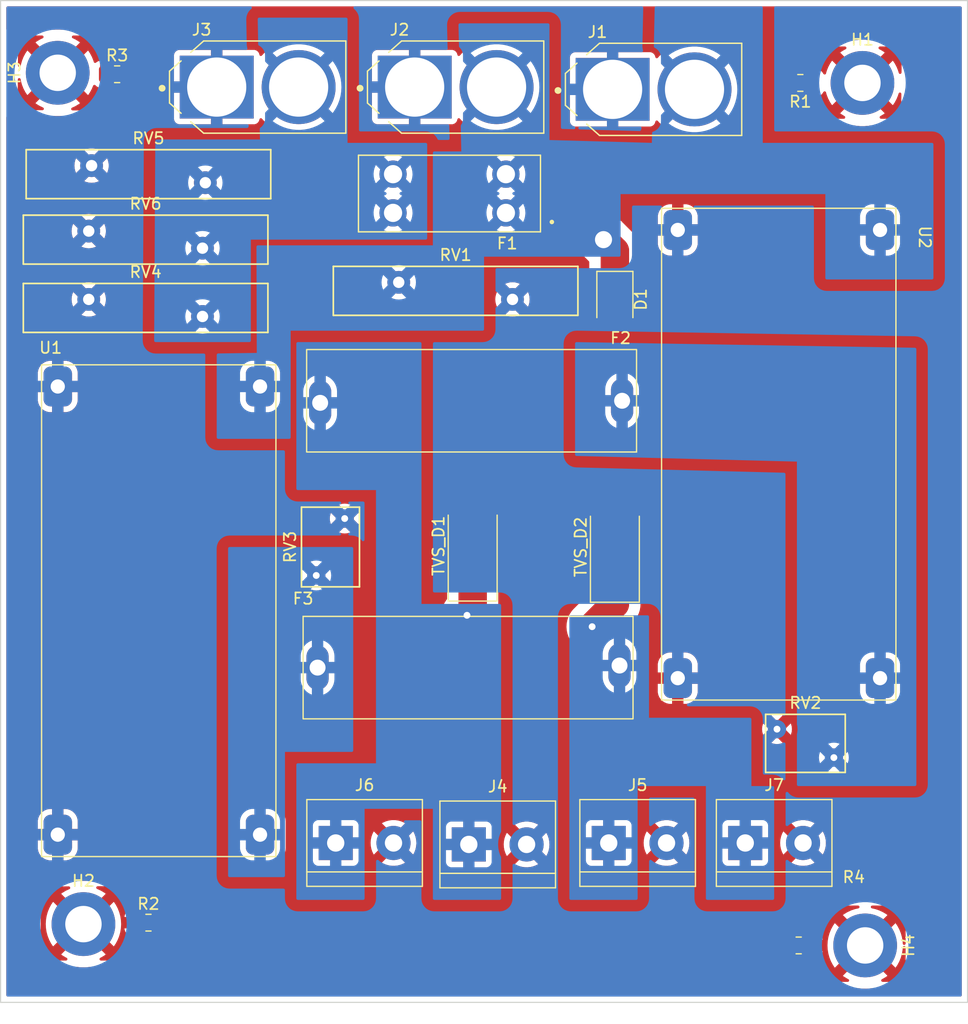
<source format=kicad_pcb>
(kicad_pcb (version 20211014) (generator pcbnew)
  (layers (0 "F.Cu" signal) (31 "B.Cu" signal) (34 "B.Paste" user) (35 "F.Paste" user) (36 "B.SilkS" user "B.Silkscreen") (37 "F.SilkS" user "F.Silkscreen") (38 "B.Mask" user) (39 "F.Mask" user) (44 "Edge.Cuts" user))
  (net 0 "")
  (net 1 "GND")
  (net 2 "A")
  (net 3 "Net-(F2-Pad2)")
  (net 4 "Net-(F3-Pad2)")
  (net 5 "Net-(F2-Pad1)")
  (net 6 "Net-(F3-Pad1)")
  (net 7 "Net-(H1-Pad1)")
  (net 8 "Net-(H2-Pad1)")
  (net 9 "Net-(H3-Pad1)")
  (net 10 "Net-(H4-Pad1)")
  (net 11 "Net-(F1-Pad2)")
  (footprint "XT60:AMASS_XT60-M" (layer "F.Cu") (at 73 21.6)
    (fp_text reference "J2" (at -4.92842 -5.03849) (layer "F.SilkS") (effects (font (size 1.000693 1.000693))))
    (fp_text value "XT60-M")
    (fp_line (start -7.75 1.4) (end -6.73 2.3) (layer "F.SilkS") (width 0.127))
    (fp_line (start -4.75 4.05) (end -5.88 3.05) (layer "F.SilkS") (width 0.127))
    (fp_line (start -4.75 -4.05) (end 7.75 -4.05) (layer "F.SilkS") (width 0.127))
    (fp_line (start 7.75 4.05) (end -4.75 4.05) (layer "F.SilkS") (width 0.127))
    (fp_line (start -7.75 -1.4) (end -6.73 -2.3) (layer "F.SilkS") (width 0.127))
    (fp_line (start -7.75 1.4) (end -7.75 -1.4) (layer "F.SilkS") (width 0.127))
    (fp_line (start -4.75 -4.05) (end -5.88 -3.05) (layer "F.SilkS") (width 0.127))
    (fp_line (start 7.75 -4.05) (end 7.75 4.05) (layer "F.SilkS") (width 0.127))
    (fp_circle (center -8.4 0.1) (end -8.25 0.1) (layer "F.SilkS") (width 0.3) (fill none))
    (pad "1" thru_hole rect locked (at -3.6 0) (size 6.5 5.516) (drill 5.2) (layers *.Cu *.Mask) (net 1 "GND"))
    (pad "2" thru_hole circle locked (at 3.6 0) (size 6.5 6.5) (drill 5.2) (layers *.Cu *.Mask) (net 2 "A"))
  )
  (footprint "Varistor:RV_Disc_D7mm_W5.1mm_P5mm" (layer "F.Cu") (at 106.25 80.5 180)
    (fp_text reference "RV2" (at 2.5 4.8) (layer "F.SilkS"))
    (fp_text value "Varistor")
    (fp_line (start -1 3.8) (end 6 3.8) (layer "F.SilkS") (width 0.15))
    (fp_line (start -1 -1.3) (end 6 -1.3) (layer "F.SilkS") (width 0.15))
    (fp_line (start -1 -1.3) (end -1 3.8) (layer "F.SilkS") (width 0.15))
    (fp_line (start 6 -1.3) (end 6 3.8) (layer "F.SilkS") (width 0.15))
    (pad "1" thru_hole circle (at 0 0 180) (size 1.6 1.6) (drill 0.6) (layers *.Cu *.Mask) (net 5 "Net-(F2-Pad1)"))
    (pad "2" thru_hole circle (at 5 2.5 180) (size 1.6 1.6) (drill 0.6) (layers *.Cu *.Mask) (net 1 "GND"))
  )
  (footprint "XT60:AMASS_XT60-M" (layer "F.Cu") (at 90.4 21.8)
    (fp_text reference "J1" (at -4.92842 -5.03849) (layer "F.SilkS") (effects (font (size 1.000693 1.000693))))
    (fp_text value "XT60-M")
    (fp_line (start -4.75 4.05) (end -5.88 3.05) (layer "F.SilkS") (width 0.127))
    (fp_line (start -7.75 1.4) (end -7.75 -1.4) (layer "F.SilkS") (width 0.127))
    (fp_line (start -4.75 -4.05) (end 7.75 -4.05) (layer "F.SilkS") (width 0.127))
    (fp_line (start 7.75 -4.05) (end 7.75 4.05) (layer "F.SilkS") (width 0.127))
    (fp_line (start 7.75 4.05) (end -4.75 4.05) (layer "F.SilkS") (width 0.127))
    (fp_line (start -7.75 -1.4) (end -6.73 -2.3) (layer "F.SilkS") (width 0.127))
    (fp_line (start -7.75 1.4) (end -6.73 2.3) (layer "F.SilkS") (width 0.127))
    (fp_line (start -4.75 -4.05) (end -5.88 -3.05) (layer "F.SilkS") (width 0.127))
    (fp_circle (center -8.4 0.1) (end -8.25 0.1) (layer "F.SilkS") (width 0.3) (fill none))
    (pad "1" thru_hole rect locked (at -3.6 0) (size 6.5 5.516) (drill 5.2) (layers *.Cu *.Mask) (net 1 "GND"))
    (pad "2" thru_hole circle locked (at 3.6 0) (size 6.5 6.5) (drill 5.2) (layers *.Cu *.Mask) (net 2 "A"))
  )
  (footprint "Varistor:RV_Disc_D21.5mm_W4.3mm_P10mm" (layer "F.Cu") (at 51 30 180)
    (fp_text reference "RV5" (at 5 3.9) (layer "F.SilkS"))
    (fp_text value "Varistor")
    (fp_line (start -5.75 2.9) (end 15.75 2.9) (layer "F.SilkS") (width 0.15))
    (fp_line (start 15.75 -1.4) (end 15.75 2.9) (layer "F.SilkS") (width 0.15))
    (fp_line (start -5.75 -1.4) (end 15.75 -1.4) (layer "F.SilkS") (width 0.15))
    (fp_line (start -5.75 -1.4) (end -5.75 2.9) (layer "F.SilkS") (width 0.15))
    (pad "1" thru_hole circle (at 0 0 180) (size 2 2) (drill 1) (layers *.Cu *.Mask) (net 11 "Net-(F1-Pad2)"))
    (pad "2" thru_hole circle (at 10 1.5 180) (size 2 2) (drill 1) (layers *.Cu *.Mask) (net 1 "GND"))
  )
  (footprint "TerminalBlock:TerminalBlock_bornier-2_P5.08mm" (layer "F.Cu") (at 86.46 88)
    (fp_text reference "J5" (at 2.54 -5.08) (layer "F.SilkS"))
    (fp_text value "Terminal")
    (fp_line (start -2.54 -3.81) (end -2.54 3.81) (layer "F.SilkS") (width 0.12))
    (fp_line (start 7.62 2.54) (end -2.54 2.54) (layer "F.SilkS") (width 0.12))
    (fp_line (start 7.62 -3.81) (end -2.54 -3.81) (layer "F.SilkS") (width 0.12))
    (fp_line (start 7.62 3.81) (end 7.62 -3.81) (layer "F.SilkS") (width 0.12))
    (fp_line (start -2.54 3.81) (end 7.62 3.81) (layer "F.SilkS") (width 0.12))
    (pad "1" thru_hole rect (at 0 0) (size 3 3) (drill 1.52) (layers *.Cu *.Mask) (net 4 "Net-(F3-Pad2)"))
    (pad "2" thru_hole circle (at 5.08 0) (size 3 3) (drill 1.52) (layers *.Cu *.Mask) (net 1 "GND"))
  )
  (footprint "_LM2596:LM2596" (layer "F.Cu") (at 111.705 32.245 -90)
    (fp_text reference "U2" (at 2.54 -2.54 -90 unlocked) (layer "F.SilkS"))
    (fp_text value "LM2596")
    (fp_rect (start 0 0) (end 43.2 20.6) (layer "F.SilkS") (width 0.12) (fill none))
    (pad "1" thru_hole roundrect (at 1.905 1.397 270) (size 3.5 2.5) (drill 1.25) (layers *.Cu *.Mask) (net 2 "A"))
    (pad "2" thru_hole roundrect (at 1.905 19.177 270) (size 3.5 2.5) (drill 1.25) (layers *.Cu *.Mask) (net 1 "GND"))
    (pad "3" thru_hole roundrect (at 41.275 1.397 270) (size 3.5 2.5) (drill 1.25) (layers *.Cu *.Mask) (net 5 "Net-(F2-Pad1)"))
    (pad "4" thru_hole roundrect (at 41.275 19.177 270) (size 3.5 2.5) (drill 1.25) (layers *.Cu *.Mask) (net 1 "GND"))
  )
  (footprint "Varistor:RV_Disc_D21.5mm_W4.3mm_P10mm" (layer "F.Cu") (at 50.75 35.75 180)
    (fp_text reference "RV6" (at 5 3.9) (layer "F.SilkS"))
    (fp_text value "Varistor")
    (fp_line (start -5.75 2.9) (end 15.75 2.9) (layer "F.SilkS") (width 0.15))
    (fp_line (start 15.75 -1.4) (end 15.75 2.9) (layer "F.SilkS") (width 0.15))
    (fp_line (start -5.75 -1.4) (end -5.75 2.9) (layer "F.SilkS") (width 0.15))
    (fp_line (start -5.75 -1.4) (end 15.75 -1.4) (layer "F.SilkS") (width 0.15))
    (pad "1" thru_hole circle (at 0 0 180) (size 2 2) (drill 1) (layers *.Cu *.Mask) (net 11 "Net-(F1-Pad2)"))
    (pad "2" thru_hole circle (at 10 1.5 180) (size 2 2) (drill 1) (layers *.Cu *.Mask) (net 1 "GND"))
  )
  (footprint "MountingHole:MountingHole_3.2mm_M3_DIN965_Pad_TopBottom" (layer "F.Cu") (at 109 97 -90)
    (fp_text reference "H4" (at 0 -3.8 90) (layer "F.SilkS"))
    (fp_text value "MountingHole_Pad")
    (pad "1" thru_hole circle (at 0 0 270) (size 3.6 3.6) (drill 3.2) (layers *.Cu *.Mask) (net 10 "Net-(H4-Pad1)"))
    (pad "1" connect circle (at 0 0 270) (size 5.6 5.6) (layers "F.Cu" "F.Mask") (net 10 "Net-(H4-Pad1)"))
    (pad "1" connect circle (at 0 0 270) (size 5.6 5.6) (layers "B.Cu" "B.Mask") (net 10 "Net-(H4-Pad1)"))
  )
  (footprint "_LM2596:LM2596" (layer "F.Cu") (at 57.205 45.995 -90)
    (fp_text reference "U1" (at -1.495 19.805 unlocked) (layer "F.SilkS"))
    (fp_text value "LM2596")
    (fp_rect (start 0 0) (end 43.2 20.6) (layer "F.SilkS") (width 0.12) (fill none))
    (pad "1" thru_hole roundrect (at 1.905 1.397 270) (size 3.5 2.5) (drill 1.25) (layers *.Cu *.Mask) (net 2 "A"))
    (pad "2" thru_hole roundrect (at 1.905 19.177 270) (size 3.5 2.5) (drill 1.25) (layers *.Cu *.Mask) (net 1 "GND"))
    (pad "3" thru_hole roundrect (at 41.275 1.397 270) (size 3.5 2.5) (drill 1.25) (layers *.Cu *.Mask) (net 6 "Net-(F3-Pad1)"))
    (pad "4" thru_hole roundrect (at 41.275 19.177 270) (size 3.5 2.5) (drill 1.25) (layers *.Cu *.Mask) (net 1 "GND"))
  )
  (footprint "TerminalBlock:TerminalBlock_bornier-2_P5.08mm" (layer "F.Cu") (at 98.46 88)
    (fp_text reference "J7" (at 2.54 -5.08) (layer "F.SilkS"))
    (fp_text value "Terminal")
    (fp_line (start 7.62 2.54) (end -2.54 2.54) (layer "F.SilkS") (width 0.12))
    (fp_line (start -2.54 3.81) (end 7.62 3.81) (layer "F.SilkS") (width 0.12))
    (fp_line (start 7.62 -3.81) (end -2.54 -3.81) (layer "F.SilkS") (width 0.12))
    (fp_line (start 7.62 3.81) (end 7.62 -3.81) (layer "F.SilkS") (width 0.12))
    (fp_line (start -2.54 -3.81) (end -2.54 3.81) (layer "F.SilkS") (width 0.12))
    (pad "1" thru_hole rect (at 0 0) (size 3 3) (drill 1.52) (layers *.Cu *.Mask) (net 4 "Net-(F3-Pad2)"))
    (pad "2" thru_hole circle (at 5.08 0) (size 3 3) (drill 1.52) (layers *.Cu *.Mask) (net 1 "GND"))
  )
  (footprint "Fuse_holder:Fuse_holder" (layer "F.Cu") (at 88.905 53.655 180)
    (fp_text reference "F2" (at 1.405 10.005 unlocked) (layer "F.SilkS"))
    (fp_text value "Fuse")
    (fp_rect (start 0 0) (end 29 9) (layer "F.SilkS") (width 0.12) (fill none))
    (pad "1" thru_hole oval (at 1.27 4.5) (size 1.95 3.9) (drill 1.4) (layers *.Cu *.Mask) (net 5 "Net-(F2-Pad1)"))
    (pad "2" thru_hole oval (at 27.813 4.318 180) (size 1.95 3.9) (drill 1.4) (layers *.Cu *.Mask) (net 3 "Net-(F2-Pad2)"))
  )
  (footprint "XT60:AMASS_XT60-M" (layer "F.Cu") (at 55.6 21.6)
    (fp_text reference "J3" (at -4.92842 -5.03849) (layer "F.SilkS") (effects (font (size 1.000693 1.000693))))
    (fp_text value "XT60-M")
    (fp_line (start -4.75 4.05) (end -5.88 3.05) (layer "F.SilkS") (width 0.127))
    (fp_line (start -4.75 -4.05) (end -5.88 -3.05) (layer "F.SilkS") (width 0.127))
    (fp_line (start -4.75 -4.05) (end 7.75 -4.05) (layer "F.SilkS") (width 0.127))
    (fp_line (start 7.75 -4.05) (end 7.75 4.05) (layer "F.SilkS") (width 0.127))
    (fp_line (start 7.75 4.05) (end -4.75 4.05) (layer "F.SilkS") (width 0.127))
    (fp_line (start -7.75 -1.4) (end -6.73 -2.3) (layer "F.SilkS") (width 0.127))
    (fp_line (start -7.75 1.4) (end -7.75 -1.4) (layer "F.SilkS") (width 0.127))
    (fp_line (start -7.75 1.4) (end -6.73 2.3) (layer "F.SilkS") (width 0.127))
    (fp_circle (center -8.4 0.1) (end -8.25 0.1) (layer "F.SilkS") (width 0.3) (fill none))
    (pad "1" thru_hole rect locked (at -3.6 0) (size 6.5 5.516) (drill 5.2) (layers *.Cu *.Mask) (net 1 "GND"))
    (pad "2" thru_hole circle locked (at 3.6 0) (size 6.5 6.5) (drill 5.2) (layers *.Cu *.Mask) (net 11 "Net-(F1-Pad2)"))
  )
  (footprint "Varistor:RV_Disc_D21.5mm_W4.3mm_P10mm" (layer "F.Cu") (at 50.75 41.75 180)
    (fp_text reference "RV4" (at 5 3.9) (layer "F.SilkS"))
    (fp_text value "Varistor")
    (fp_line (start -5.75 2.9) (end 15.75 2.9) (layer "F.SilkS") (width 0.15))
    (fp_line (start -5.75 -1.4) (end 15.75 -1.4) (layer "F.SilkS") (width 0.15))
    (fp_line (start -5.75 -1.4) (end -5.75 2.9) (layer "F.SilkS") (width 0.15))
    (fp_line (start 15.75 -1.4) (end 15.75 2.9) (layer "F.SilkS") (width 0.15))
    (pad "1" thru_hole circle (at 0 0 180) (size 2 2) (drill 1) (layers *.Cu *.Mask) (net 11 "Net-(F1-Pad2)"))
    (pad "2" thru_hole circle (at 10 1.5 180) (size 2 2) (drill 1) (layers *.Cu *.Mask) (net 1 "GND"))
  )
  (footprint "Resistor_SMD:R_0805_2012Metric_Pad1.20x1.40mm_HandSolder" (layer "F.Cu") (at 103.3018 21.2344 180)
    (fp_text reference "R1" (at 0 -1.65) (layer "F.SilkS"))
    (fp_text value "R_Small")
    (fp_line (start -0.227064 -0.735) (end 0.227064 -0.735) (layer "F.SilkS") (width 0.12))
    (fp_line (start -0.227064 0.735) (end 0.227064 0.735) (layer "F.SilkS") (width 0.12))
    (pad "1" smd roundrect (at -1 0 180) (size 1.2 1.4) (layers "F.Cu" "F.Paste" "F.Mask") (roundrect_rratio 0.2083333333) (net 7 "Net-(H1-Pad1)"))
    (pad "2" smd roundrect (at 1 0 180) (size 1.2 1.4) (layers "F.Cu" "F.Paste" "F.Mask") (roundrect_rratio 0.2083333333) (net 1 "GND"))
  )
  (footprint "Resistor_SMD:R_0805_2012Metric_Pad1.20x1.40mm_HandSolder" (layer "F.Cu") (at 103.158 97 180)
    (fp_text reference "R4" (at -4.842 6) (layer "F.SilkS"))
    (fp_text value "R_Small")
    (fp_line (start -0.227064 -0.735) (end 0.227064 -0.735) (layer "F.SilkS") (width 0.12))
    (fp_line (start -0.227064 0.735) (end 0.227064 0.735) (layer "F.SilkS") (width 0.12))
    (pad "1" smd roundrect (at -1 0 180) (size 1.2 1.4) (layers "F.Cu" "F.Paste" "F.Mask") (roundrect_rratio 0.2083333333) (net 10 "Net-(H4-Pad1)"))
    (pad "2" smd roundrect (at 1 0 180) (size 1.2 1.4) (layers "F.Cu" "F.Paste" "F.Mask") (roundrect_rratio 0.2083333333) (net 1 "GND"))
  )
  (footprint "MountingHole:MountingHole_3.2mm_M3_DIN965_Pad_TopBottom" (layer "F.Cu") (at 40.285 95.127)
    (fp_text reference "H2" (at 0 -3.8) (layer "F.SilkS"))
    (fp_text value "MountingHole_Pad")
    (pad "1" connect circle (at 0 0) (size 5.6 5.6) (layers "B.Cu" "B.Mask") (net 8 "Net-(H2-Pad1)"))
    (pad "1" thru_hole circle (at 0 0) (size 3.6 3.6) (drill 3.2) (layers *.Cu *.Mask) (net 8 "Net-(H2-Pad1)"))
    (pad "1" connect circle (at 0 0) (size 5.6 5.6) (layers "F.Cu" "F.Mask") (net 8 "Net-(H2-Pad1)"))
  )
  (footprint "Fuse_holder:Fuse_holder" (layer "F.Cu") (at 59.595 68.095)
    (fp_text reference "F3" (at -0.001 -1.56 unlocked) (layer "F.SilkS"))
    (fp_text value "Fuse")
    (fp_rect (start 0 0) (end 29 9) (layer "F.SilkS") (width 0.12) (fill none))
    (pad "1" thru_hole oval (at 1.27 4.5 180) (size 1.95 3.9) (drill 1.4) (layers *.Cu *.Mask) (net 6 "Net-(F3-Pad1)"))
    (pad "2" thru_hole oval (at 27.813 4.318) (size 1.95 3.9) (drill 1.4) (layers *.Cu *.Mask) (net 4 "Net-(F3-Pad2)"))
  )
  (footprint "TerminalBlock:TerminalBlock_bornier-2_P5.08mm" (layer "F.Cu") (at 62.46 88)
    (fp_text reference "J6" (at 2.54 -5.08) (layer "F.SilkS"))
    (fp_text value "Terminal")
    (fp_line (start -2.54 -3.81) (end -2.54 3.81) (layer "F.SilkS") (width 0.12))
    (fp_line (start 7.62 3.81) (end 7.62 -3.81) (layer "F.SilkS") (width 0.12))
    (fp_line (start -2.54 3.81) (end 7.62 3.81) (layer "F.SilkS") (width 0.12))
    (fp_line (start 7.62 -3.81) (end -2.54 -3.81) (layer "F.SilkS") (width 0.12))
    (fp_line (start 7.62 2.54) (end -2.54 2.54) (layer "F.SilkS") (width 0.12))
    (pad "1" thru_hole rect (at 0 0) (size 3 3) (drill 1.52) (layers *.Cu *.Mask) (net 3 "Net-(F2-Pad2)"))
    (pad "2" thru_hole circle (at 5.08 0) (size 3 3) (drill 1.52) (layers *.Cu *.Mask) (net 1 "GND"))
  )
  (footprint "Resistor_SMD:R_0805_2012Metric_Pad1.20x1.40mm_HandSolder" (layer "F.Cu") (at 46 95)
    (fp_text reference "R2" (at 0 -1.65) (layer "F.SilkS"))
    (fp_text value "R_Small")
    (fp_line (start -0.227064 0.735) (end 0.227064 0.735) (layer "F.SilkS") (width 0.12))
    (fp_line (start -0.227064 -0.735) (end 0.227064 -0.735) (layer "F.SilkS") (width 0.12))
    (pad "1" smd roundrect (at -1 0) (size 1.2 1.4) (layers "F.Cu" "F.Paste" "F.Mask") (roundrect_rratio 0.2083333333) (net 8 "Net-(H2-Pad1)"))
    (pad "2" smd roundrect (at 1 0) (size 1.2 1.4) (layers "F.Cu" "F.Paste" "F.Mask") (roundrect_rratio 0.2083333333) (net 1 "GND"))
  )
  (footprint "Resistor_SMD:R_0805_2012Metric_Pad1.20x1.40mm_HandSolder" (layer "F.Cu") (at 43.2468 20.4724)
    (fp_text reference "R3" (at 0 -1.65) (layer "F.SilkS"))
    (fp_text value "R_Small")
    (fp_line (start -0.227064 -0.735) (end 0.227064 -0.735) (layer "F.SilkS") (width 0.12))
    (fp_line (start -0.227064 0.735) (end 0.227064 0.735) (layer "F.SilkS") (width 0.12))
    (pad "1" smd roundrect (at -1 0) (size 1.2 1.4) (layers "F.Cu" "F.Paste" "F.Mask") (roundrect_rratio 0.2083333333) (net 9 "Net-(H3-Pad1)"))
    (pad "2" smd roundrect (at 1 0) (size 1.2 1.4) (layers "F.Cu" "F.Paste" "F.Mask") (roundrect_rratio 0.2083333333) (net 1 "GND"))
  )
  (footprint "Diode_SMD:D_1210_3225Metric_Pad1.42x2.65mm_HandSolder" (layer "F.Cu") (at 87 40.25 -90)
    (fp_text reference "D1" (at 0 -2.28 90) (layer "F.SilkS"))
    (fp_text value "D")
    (fp_line (start -2.46 1.585) (end 1.6 1.585) (layer "F.SilkS") (width 0.12))
    (fp_line (start 1.6 -1.585) (end -2.46 -1.585) (layer "F.SilkS") (width 0.12))
    (fp_line (start -2.46 -1.585) (end -2.46 1.585) (layer "F.SilkS") (width 0.12))
    (pad "1" smd roundrect (at -1.4875 0 270) (size 1.425 2.65) (layers "F.Cu" "F.Paste" "F.Mask") (roundrect_rratio 0.1754392982) (net 2 "A"))
    (pad "2" smd roundrect (at 1.4875 0 270) (size 1.425 2.65) (layers "F.Cu" "F.Paste" "F.Mask") (roundrect_rratio 0.1754392982) (net 1 "GND"))
  )
  (footprint "TerminalBlock:TerminalBlock_bornier-2_P5.08mm" (layer "F.Cu") (at 74.16 88.127)
    (fp_text reference "J4" (at 2.54 -5.08) (layer "F.SilkS"))
    (fp_text value "Terminal")
    (fp_line (start -2.54 3.81) (end 7.62 3.81) (layer "F.SilkS") (width 0.12))
    (fp_line (start 7.62 3.81) (end 7.62 -3.81) (layer "F.SilkS") (width 0.12))
    (fp_line (start 7.62 2.54) (end -2.54 2.54) (layer "F.SilkS") (width 0.12))
    (fp_line (start -2.54 -3.81) (end -2.54 3.81) (layer "F.SilkS") (width 0.12))
    (fp_line (start 7.62 -3.81) (end -2.54 -3.81) (layer "F.SilkS") (width 0.12))
    (pad "1" thru_hole rect (at 0 0) (size 3 3) (drill 1.52) (layers *.Cu *.Mask) (net 3 "Net-(F2-Pad2)"))
    (pad "2" thru_hole circle (at 5.08 0) (size 3 3) (drill 1.52) (layers *.Cu *.Mask) (net 1 "GND"))
  )
  (footprint "Varistor:RV_Disc_D21.5mm_W4.3mm_P10mm" (layer "F.Cu") (at 78 40.25 180)
    (fp_text reference "RV1" (at 5 3.9) (layer "F.SilkS"))
    (fp_text value "Varistor")
    (fp_line (start -5.75 2.9) (end 15.75 2.9) (layer "F.SilkS") (width 0.15))
    (fp_line (start -5.75 -1.4) (end 15.75 -1.4) (layer "F.SilkS") (width 0.15))
    (fp_line (start 15.75 -1.4) (end 15.75 2.9) (layer "F.SilkS") (width 0.15))
    (fp_line (start -5.75 -1.4) (end -5.75 2.9) (layer "F.SilkS") (width 0.15))
    (pad "1" thru_hole circle (at 0 0 180) (size 2 2) (drill 1) (layers *.Cu *.Mask) (net 1 "GND"))
    (pad "2" thru_hole circle (at 10 1.5 180) (size 2 2) (drill 1) (layers *.Cu *.Mask) (net 2 "A"))
  )
  (footprint "Diode_SMD:D_SMA-SMB_Universal_Handsoldering" (layer "F.Cu") (at 87 62 90)
    (fp_text reference "TVS_D2" (at 0 -3 90) (layer "F.SilkS"))
    (fp_text value "D")
    (fp_line (start -4.85 -2.15) (end 2.7 -2.15) (layer "F.SilkS") (width 0.12))
    (fp_line (start -4.85 -2.15) (end -4.85 2.15) (layer "F.SilkS") (width 0.12))
    (fp_line (start -4.85 2.15) (end 2.7 2.15) (layer "F.SilkS") (width 0.12))
    (pad "1" smd trapezoid (at -2.9 0 90) (size 3.6 1.7) (rect_delta 0.6 0) (layers "F.Cu" "F.Paste" "F.Mask") (net 4 "Net-(F3-Pad2)"))
    (pad "2" smd trapezoid (at 2.9 0 270) (size 3.6 1.7) (rect_delta 0.6 0) (layers "F.Cu" "F.Paste" "F.Mask") (net 1 "GND"))
  )
  (footprint "Varistor:RV_Disc_D7mm_W5.1mm_P5mm" (layer "F.Cu") (at 63.25 59.5 -90)
    (fp_text reference "RV3" (at 2.5 4.8 90) (layer "F.SilkS"))
    (fp_text value "Varistor")
    (fp_line (start -1 3.8) (end 6 3.8) (layer "F.SilkS") (width 0.15))
    (fp_line (start -1 -1.3) (end 6 -1.3) (layer "F.SilkS") (width 0.15))
    (fp_line (start -1 -1.3) (end -1 3.8) (layer "F.SilkS") (width 0.15))
    (fp_line (start 6 -1.3) (end 6 3.8) (layer "F.SilkS") (width 0.15))
    (pad "1" thru_hole circle (at 0 0 270) (size 1.6 1.6) (drill 0.6) (layers *.Cu *.Mask) (net 1 "GND"))
    (pad "2" thru_hole circle (at 5 2.5 270) (size 1.6 1.6) (drill 0.6) (layers *.Cu *.Mask) (net 6 "Net-(F3-Pad1)"))
  )
  (footprint "Fuse:FUSE_3568" (layer "F.Cu") (at 72.46 30.95 180)
    (fp_text reference "F1" (at -5.075 -4.385) (layer "F.SilkS"))
    (fp_text value "Fuse_Small")
    (fp_line (start -8 -3.365) (end 8 -3.365) (layer "F.SilkS") (width 0.127))
    (fp_line (start -8 3.365) (end -8 -3.365) (layer "F.SilkS") (width 0.127))
    (fp_line (start 8 -3.365) (end 8 3.365) (layer "F.SilkS") (width 0.127))
    (fp_line (start 8 3.365) (end -8 3.365) (layer "F.SilkS") (width 0.127))
    (fp_circle (center -9 -2.5) (end -8.9 -2.5) (layer "F.SilkS") (width 0.2) (fill none))
    (pad "1" thru_hole circle (at -4.96 -1.7 180) (size 2.4 2.4) (drill 1.6) (layers *.Cu *.Mask) (net 2 "A"))
    (pad "1" thru_hole circle (at -4.96 1.7 180) (size 2.4 2.4) (drill 1.6) (layers *.Cu *.Mask) (net 2 "A"))
    (pad "2" thru_hole circle (at 4.96 -1.7 180) (size 2.4 2.4) (drill 1.6) (layers *.Cu *.Mask) (net 11 "Net-(F1-Pad2)"))
    (pad "2" thru_hole circle (at 4.96 1.7 180) (size 2.4 2.4) (drill 1.6) (layers *.Cu *.Mask) (net 11 "Net-(F1-Pad2)"))
  )
  (footprint "MountingHole:MountingHole_3.2mm_M3_DIN965_Pad_TopBottom" (layer "F.Cu") (at 108.7628 21.2344)
    (fp_text reference "H1" (at 0 -3.8) (layer "F.SilkS"))
    (fp_text value "MountingHole_Pad")
    (pad "1" connect circle (at 0 0) (size 5.6 5.6) (layers "B.Cu" "B.Mask") (net 7 "Net-(H1-Pad1)"))
    (pad "1" thru_hole circle (at 0 0) (size 3.6 3.6) (drill 3.2) (layers *.Cu *.Mask) (net 7 "Net-(H1-Pad1)"))
    (pad "1" connect circle (at 0 0) (size 5.6 5.6) (layers "F.Cu" "F.Mask") (net 7 "Net-(H1-Pad1)"))
  )
  (footprint "Diode_SMD:D_SMA-SMB_Universal_Handsoldering" (layer "F.Cu") (at 74.5 61.9 90)
    (fp_text reference "TVS_D1" (at 0 -3 90) (layer "F.SilkS"))
    (fp_text value "D")
    (fp_line (start -4.85 2.15) (end 2.7 2.15) (layer "F.SilkS") (width 0.12))
    (fp_line (start -4.85 -2.15) (end -4.85 2.15) (layer "F.SilkS") (width 0.12))
    (fp_line (start -4.85 -2.15) (end 2.7 -2.15) (layer "F.SilkS") (width 0.12))
    (pad "1" smd trapezoid (at -2.9 0 90) (size 3.6 1.7) (rect_delta 0.6 0) (layers "F.Cu" "F.Paste" "F.Mask") (net 3 "Net-(F2-Pad2)"))
    (pad "2" smd trapezoid (at 2.9 0 270) (size 3.6 1.7) (rect_delta 0.6 0) (layers "F.Cu" "F.Paste" "F.Mask") (net 1 "GND"))
  )
  (footprint "MountingHole:MountingHole_3.2mm_M3_DIN965_Pad_TopBottom" (layer "F.Cu") (at 38.0238 20.3454 90)
    (fp_text reference "H3" (at 0 -3.8 90) (layer "F.SilkS"))
    (fp_text value "MountingHole_Pad")
    (pad "1" connect circle (at 0 0 90) (size 5.6 5.6) (layers "B.Cu" "B.Mask") (net 9 "Net-(H3-Pad1)"))
    (pad "1" connect circle (at 0 0 90) (size 5.6 5.6) (layers "F.Cu" "F.Mask") (net 9 "Net-(H3-Pad1)"))
    (pad "1" thru_hole circle (at 0 0 90) (size 3.6 3.6) (drill 3.2) (layers *.Cu *.Mask) (net 9 "Net-(H3-Pad1)"))
  )
  (gr_rect (start 33 14) (end 118 102) (layer "Edge.Cuts") (width 0.1) (fill none))
  (segment (start 87 36) (end 86 35) (width 2.5) (layer "F.Cu") (net 2))
  (segment (start 87 38.7625) (end 87 36) (width 2.5) (layer "F.Cu") (net 2))
  (via (at 86 35) (size 2.5) (drill 1.5) (layers "F.Cu" "B.Cu") (net 2))
  (segment (start 74.5 67.5) (end 74 68) (width 2.5) (layer "F.Cu") (net 3))
  (segment (start 74.5 64.8) (end 74.5 67.5) (width 2.5) (layer "F.Cu") (net 3))
  (via (at 74 68) (size 1.2) (drill 0.6) (layers "F.Cu" "B.Cu") (net 3))
  (segment (start 87 67) (end 85 69) (width 2.5) (layer "F.Cu") (net 4))
  (segment (start 87 64.9) (end 87 67) (width 2.5) (layer "F.Cu") (net 4))
  (via (at 85 69) (size 1.2) (drill 0.6) (layers "F.Cu" "B.Cu") (net 4))
  (zone (net 8) (net_name "Net-(H2-Pad1)") (layer "F.Cu") (priority 7) (connect_pads (clearance 0.508)) (min_thickness 0.254) (fill yes (thermal_gap 0.508) (thermal_bridge_width 1))
    (polygon (pts (xy 46 98.3274) (xy 36.5004 98.3274) (xy 36.5512 91.825) (xy 45.9492 91.7742)))
  )
  (zone (net 9) (net_name "Net-(H3-Pad1)") (layer "F.Cu") (priority 7) (connect_pads (clearance 0.508)) (min_thickness 0.254) (fill yes (thermal_gap 0.508) (thermal_bridge_width 1))
    (polygon (pts (xy 43.3324 23.622) (xy 43.3324 23.6728) (xy 43.2816 23.6728) (xy 34.4932 23.622) (xy 34.544 17.0688) (xy 43.2816 17.0688)))
  )
  (zone (net 10) (net_name "Net-(H4-Pad1)") (layer "F.Cu") (priority 7) (connect_pads (clearance 0.508)) (min_thickness 0.254) (fill yes (thermal_gap 0.508) (thermal_bridge_width 1))
    (polygon (pts (xy 112.556 100.2004) (xy 103.11 100.2004) (xy 103.158 97) (xy 103.158 93.4948) (xy 112.556 93.4948)))
  )
  (zone (net 1) (net_name "GND") (layers F&B.Cu) (connect_pads (clearance 0.508)) (min_thickness 0.254) (fill yes (thermal_gap 0.508) (thermal_bridge_width 1))
    (polygon (pts (xy 118 102) (xy 33 102) (xy 33 14) (xy 118 14)))
  )
  (zone (net 7) (net_name "Net-(H1-Pad1)") (layer "F.Cu") (priority 7) (connect_pads (clearance 0.508)) (min_thickness 0.254) (fill yes (thermal_gap 0.508) (thermal_bridge_width 1))
    (polygon (pts (xy 112.1664 24.384) (xy 103.378 24.384) (xy 103.378 18.034) (xy 112.2172 18.034)))
  )
  (zone (net 4) (net_name "Net-(F3-Pad2)") (layer "B.Cu") (priority 8) (connect_pads (clearance 0.508)) (min_thickness 0.254) (fill yes (thermal_gap 0.508) (thermal_bridge_width 1))
    (polygon (pts (xy 90 77) (xy 99 77) (xy 99 83) (xy 101 83) (xy 101 93) (xy 95 93) (xy 95 83) (xy 89 83) (xy 89 93) (xy 83 93) (xy 83 68) (xy 90 68)))
  )
  (zone (net 6) (net_name "Net-(F3-Pad1)") (layer "B.Cu") (priority 8) (connect_pads (clearance 0.508)) (min_thickness 0.254) (fill yes (thermal_gap 0.508) (thermal_bridge_width 1))
    (polygon (pts (xy 64 80) (xy 58 80) (xy 58 91) (xy 53 91) (xy 53 62) (xy 64 62)))
  )
  (zone (net 5) (net_name "Net-(F2-Pad1)") (layer "B.Cu") (priority 8) (connect_pads (clearance 0.508)) (min_thickness 0.254) (fill yes (thermal_gap 0.508) (thermal_bridge_width 1))
    (polygon (pts (xy 113.5 44.5) (xy 113.5 83) (xy 103 83) (xy 103 54.5) (xy 83.5 54) (xy 83.5 44)))
  )
  (zone (net 11) (net_name "Net-(F1-Pad2)") (layer "B.Cu") (priority 8) (connect_pads (clearance 0.508)) (min_thickness 0.254) (fill yes (thermal_gap 0.508) (thermal_bridge_width 1))
    (polygon (pts (xy 55.601852 15.5) (xy 63.5 15.5) (xy 63.5 26.5) (xy 70.5 26.5) (xy 70.5 35) (xy 55 35) (xy 55 44) (xy 46.5 44) (xy 46.6 26.2) (xy 55.8 26.2) (xy 55.601852 15.5) (xy 56 15.5) (xy 55.6 15.5)))
  )
  (zone (net 3) (net_name "Net-(F2-Pad2)") (layer "B.Cu") (priority 8) (connect_pads (clearance 0.508)) (min_thickness 0.254) (fill yes (thermal_gap 0.508) (thermal_bridge_width 1))
    (polygon (pts (xy 70 67) (xy 77 67) (xy 77 93) (xy 71 93) (xy 71 85) (xy 65 85) (xy 65 93) (xy 59 93) (xy 59 81) (xy 66 81) (xy 66 57) (xy 59 57) (xy 59 44) (xy 70 44)))
  )
  (zone (net 2) (net_name "A") (layer "B.Cu") (priority 8) (connect_pads (clearance 0.508)) (min_thickness 0.254) (fill yes (thermal_gap 0.508) (thermal_bridge_width 1))
    (polygon (pts (xy 100 26.5) (xy 115 26.5) (xy 115 38.5) (xy 105.5 38.5) (xy 105.5 31) (xy 87.5 31) (xy 87.5 36.5) (xy 75.5 36.5) (xy 75.5 43) (xy 58.5 43) (xy 58.5 52.5) (xy 52 52.5) (xy 52 45) (xy 55.521335 44.950453) (xy 55.49233 35.501558) (xy 71 35.5) (xy 71 27.25) (xy 73.5 27.25) (xy 73.25 16) (xy 81.25 16) (xy 81.25 26.25) (xy 90.25 26.5) (xy 90.5 14.5) (xy 100 14.5)))
  )
)
</source>
